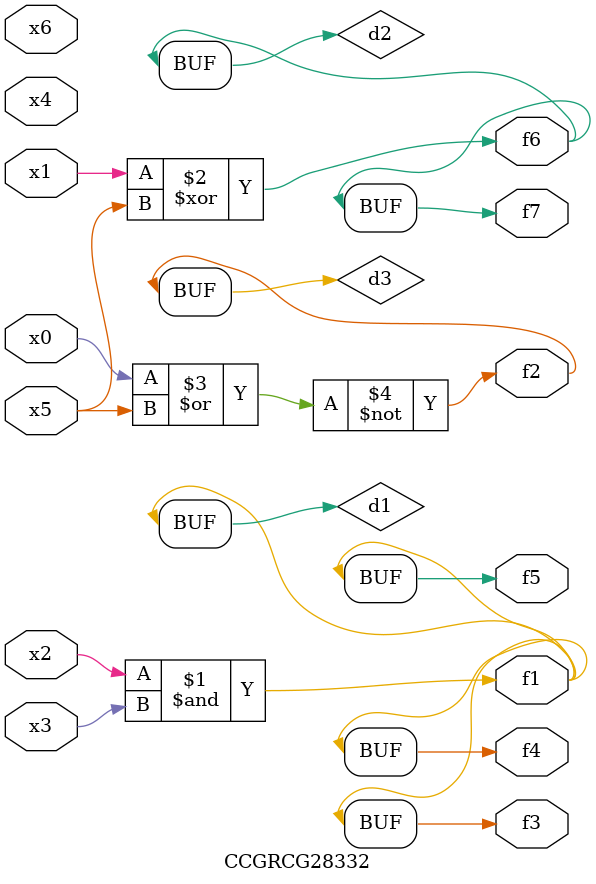
<source format=v>
module CCGRCG28332(
	input x0, x1, x2, x3, x4, x5, x6,
	output f1, f2, f3, f4, f5, f6, f7
);

	wire d1, d2, d3;

	and (d1, x2, x3);
	xor (d2, x1, x5);
	nor (d3, x0, x5);
	assign f1 = d1;
	assign f2 = d3;
	assign f3 = d1;
	assign f4 = d1;
	assign f5 = d1;
	assign f6 = d2;
	assign f7 = d2;
endmodule

</source>
